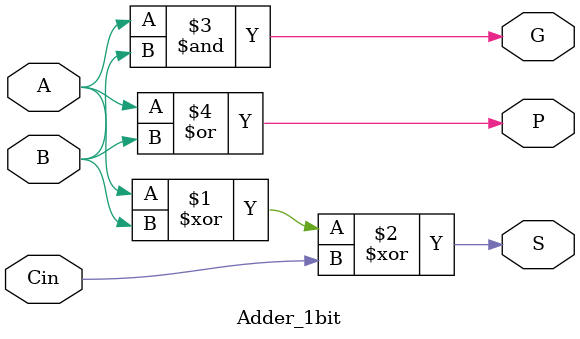
<source format=v>
module add_tc_16_16(
        input clk,
        input [31:0] A,
        input [31:0] B,
        output [32:0] Sum
    );
    //纯组合逻辑，故应输入输出均加寄存器以查看时序信息
    reg [32:0] Sum;
    wire [32:0] SumOut;
    always @(*)begin
        Sum = SumOut;
    end
    reg [31:0] Ain, Bin;
    always @(*)begin
        Ain = A;
        Bin = B;
    end
    wire [31:0] Aiin = Ain;
    wire [31:0] Biin = Bin;
    //
    wire [3:0] G, P;
    assign G[3:2] = 2'b00;
    assign P[3:2] = 2'b00;
    Adder_16bit u_Adder_16bit_1(
                    .A   	( Aiin[15:0]   ),
                    .B   	( Biin[15:0]   ),
                    .Cin 	( 1'b0      ),
                    .S   	( SumOut[15:0] ),
                    .Go  	( G[0]      ),
                    .Po  	( P[0]      )
                );
    Adder_16bit u_Adder_16bit_2(
                    .A   	( Aiin[31:16]  ),
                    .B   	( Biin[31:16]  ),
                    .Cin 	( 1'b0      ),
                    .S   	( SumOut[31:16]),
                    .Go  	( G[1]      ),
                    .Po  	( P[1]      )
                );
    CLA_4bit u_CLA_4bit(
                 .P   	( P         ),
                 .G   	( G         ),
                 .Cin 	( 1'b0      ),
                 .Ci  	(           ),
                 .Po  	(           ),
                 .Go  	(           )
             );
    assign SumOut[32] = G[1] | (P[1] & G[0]) | (P[1] & P[0] & 0);
endmodule
//16bit adder
module Adder_16bit(
        input [15:0] A,
        input [15:0] B,
        input       Cin,
        output[15:0] S,
        output      Go,
        output      Po
    );
    // outports wire
    wire [3:0] G, P, C;
    Adder_4bit u_Adder_4bit_1(
                   .A   	( A[3:0]   ),
                   .B   	( B[3:0]   ),
                   .Cin 	( Cin      ),
                   .S   	( S[3:0]   ),
                   .Go  	( G[0]     ),
                   .Po  	( P[0]     )
               );
    Adder_4bit u_Adder_4bit_2(
                   .A   	( A[7:4]   ),
                   .B   	( B[7:4]   ),
                   .Cin 	( C[0]     ),
                   .S   	( S[7:4]   ),
                   .Go  	( G[1]     ),
                   .Po  	( P[1]     )
               );
    Adder_4bit u_Adder_4bit_3(
                   .A   	( A[11:8]  ),
                   .B   	( B[11:8]  ),
                   .Cin 	( C[1]     ),
                   .S   	( S[11:8]  ),
                   .Go  	( G[2]     ),
                   .Po  	( P[2]     )
               );
    Adder_4bit u_Adder_4bit_4(
                   .A   	( A[15:12] ),
                   .B   	( B[15:12] ),
                   .Cin 	( C[2]     ),
                   .S   	( S[15:12] ),
                   .Go  	( G[3]     ),
                   .Po  	( P[3]     )
               );
    CLA_4bit u_CLA_4bit(
                 .P   	( P        ),
                 .G   	( G        ),
                 .Cin 	( Cin      ),
                 .Ci  	( C        ),
                 .Po  	( Po       ),
                 .Go  	( Go       )
             );
endmodule
//4bit adder
module Adder_4bit(
        input [3:0] A,
        input [3:0] B,
        input       Cin,
        output[3:0] S,
        output      Go,
        output      Po
    );
    // outports wire
    wire [3:0] G, P, C;
    Adder_1bit u_Adder_1bit_1(
                   .A   ( A[0] ),
                   .B   ( B[0] ),
                   .Cin ( Cin  ),
                   .S   ( S[0] ),
                   .G   ( G[0] ),
                   .P   ( P[0] )
               );
    Adder_1bit u_Adder_1bit_2(
                   .A   ( A[1] ),
                   .B   ( B[1] ),
                   .Cin ( C[0] ),
                   .S   ( S[1] ),
                   .G   ( G[1] ),
                   .P   ( P[1] )
               );
    Adder_1bit u_Adder_1bit_3(
                   .A   ( A[2] ),
                   .B   ( B[2] ),
                   .Cin ( C[1] ),
                   .S   ( S[2] ),
                   .G   ( G[2] ),
                   .P   ( P[2] )
               );
    Adder_1bit u_Adder_1bit_4(
                   .A   ( A[3] ),
                   .B   ( B[3] ),
                   .Cin ( C[2] ),
                   .S   ( S[3] ),
                   .G   ( G[3] ),
                   .P   ( P[3] )
               );
    CLA_4bit u_CLA_4bit(
                 .P   	( P    ),
                 .G   	( G    ),
                 .Cin 	( Cin  ),
                 .Ci  	( C    ),
                 .Po  	( Po   ),
                 .Go  	( Go   )
             );
endmodule
//4bit CLA
module CLA_4bit(
        input [3:0] P,//进位传送函数
        input [3:0] G,//进位函数
        input       Cin,//输入进位
        output[3:0] Ci,//进位
        output      Po,//输出的传送函数
        output      Go//输出的仅为函数
    );
    assign Ci[0] = G[0] | ( P[0] & Cin );
    assign Ci[1] = G[1] | ( P[1] & G[0]) | ( P[1] & P[0] & Cin );
    assign Ci[2] = G[2] | ( P[2] & G[1]) | ( P[2] & P[1] & G[0])
           | ( P[2] & P[1] & P[0]&  Cin);
    assign Ci[3] = G[3] | ( P[3] & G[2]) | ( P[3] & P[2] & G[1])
           | ( P[3] & P[2] & P[1]& G[0]) | ( P[3] & P[2] & P[1] & P[0] & Cin);
    assign Go    = G[3] | ( P[3] & G[2]) | ( P[3] & P[2] & G[1])
           | ( P[3] & P[2] & P[1]& G[0]);
    assign Po    = P[3] & P[2] & P[1] & P[0];
endmodule
//1bit Adder
module Adder_1bit(
        input A,//加数
        input B,//加数
        input Cin,//输入进位
        output S,//和
        output G,//与
        output P//或
    );
    assign S = A ^ B ^ Cin;
    assign G = A & B;
    assign P = A | B;
endmodule

</source>
